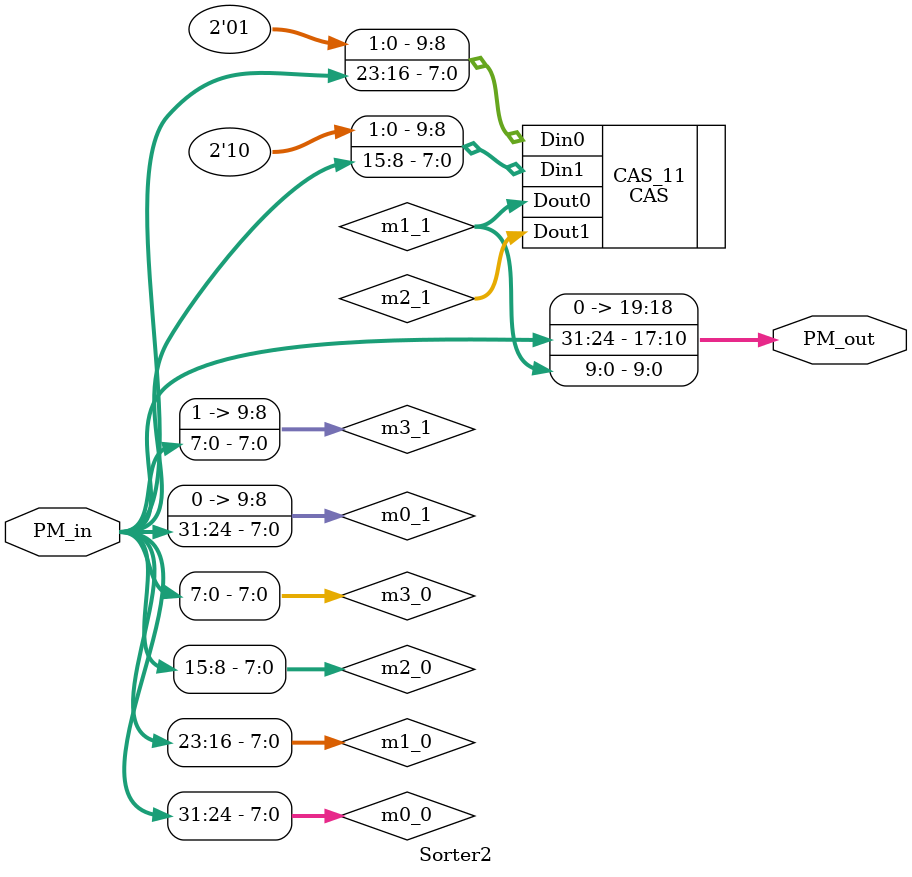
<source format=v>
`timescale 1ns / 1ps


module Sorter2(
    PM_in,
    PM_out
);

/*******************************************************************************/
/*                              Parameter                                      */
/*******************************************************************************/
parameter  PM_WIDTH    = 8;
parameter  INDEX_WIDTH = 2;
localparam L           = 2;
/*******************************************************************************/
/*                              IO Direction                                   */
/*******************************************************************************/
input  [PM_WIDTH*2*L-1:0]               PM_in;
output [(PM_WIDTH+INDEX_WIDTH)*L-1:0]   PM_out;
/*******************************************************************************/
/*                              Signal Declaration                             */
/*******************************************************************************/
// 第零阶段
wire [PM_WIDTH-1:0] m0_0;
wire [PM_WIDTH-1:0] m1_0;
wire [PM_WIDTH-1:0] m2_0;
wire [PM_WIDTH-1:0] m3_0;

// 第一阶段
wire [PM_WIDTH+INDEX_WIDTH-1:0] m0_1;
wire [PM_WIDTH+INDEX_WIDTH-1:0] m1_1;
wire [PM_WIDTH+INDEX_WIDTH-1:0] m2_1;
wire [PM_WIDTH+INDEX_WIDTH-1:0] m3_1;
/*******************************************************************************/
/*                              Instance                                       */
/*******************************************************************************/
/*******************************************************************************/
/*                              Logic                                          */
/*******************************************************************************/
assign {m0_0, m1_0, m2_0, m3_0} = PM_in;
assign PM_out = {m0_1, m1_1};

// 第一阶段
assign m0_1 = {2'd0, m0_0};
CAS #(.PM_WIDTH(PM_WIDTH), .INDEX_WIDTH(INDEX_WIDTH)) CAS_11 (.Din0({2'd1, m1_0}), .Din1({2'd2, m2_0}), .Dout0(m1_1), .Dout1(m2_1));
assign m3_1 = {2'd3, m3_0};
endmodule

</source>
